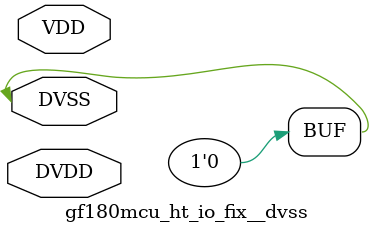
<source format=v>

module gf180mcu_ht_io_fix__dvdd (DVDD, DVSS, VSS);
	inout	DVDD;
	inout	DVSS;
	inout	VSS;
	supply1	DVDD;
endmodule

module gf180mcu_ht_io_fix__dvss (DVDD, DVSS, VDD);
	inout	DVDD;
	inout	DVSS;
	inout	VDD;
	supply0	DVSS;
endmodule


</source>
